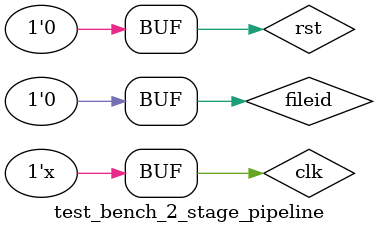
<source format=v>
`timescale 1ns / 1ps


//
////////////////////////////////////////////////////////////////////////////////

module test_bench_2_stage_pipeline;

// Inputs
reg clk;
reg rst;
reg fileid;


// Outputs
wire [15:0] PCOUT;
wire [15:0] INST;
wire [2:0] aluop;
wire [15:0] rdata1;
wire [15:0] rdata2;
wire [15:0] rdata1_ID_EXE;
wire [15:0] rdata2_ID_EXE;
wire [2:0] aluop_ID_EXE;
wire [3:0] waddr_out_ID_EXE;
wire [15:0] aluout;

// Instantiate the Unit Under Test (UUT)
pipelined_regfile_2stage uut (
                             .clk(clk),
                             .rst(rst),
                             .fileid(fileid),
                             .PCOUT(PCOUT),
                             .INST(INST),
                             .aluop(aluop),
                             .rdata1(rdata1),
                             .rdata2(rdata2),
                             .rdata1_ID_EXE(rdata1_ID_EXE),
                             .rdata2_ID_EXE(rdata2_ID_EXE),
                             .aluop_ID_EXE(aluop_ID_EXE),
                             .waddr_out_ID_EXE(waddr_out_ID_EXE),
                             .aluout(aluout)
                         );

always #15 clk = ~clk;
initial begin
    // Initialize Inputs
    clk = 0;
    rst = 0;
    fileid = 0;


    // Wait 100 ns for global reset to finish
    #100;

    // Add stimulus here
    #25 rst =1;
    #25 rst=0;


end

endmodule


</source>
